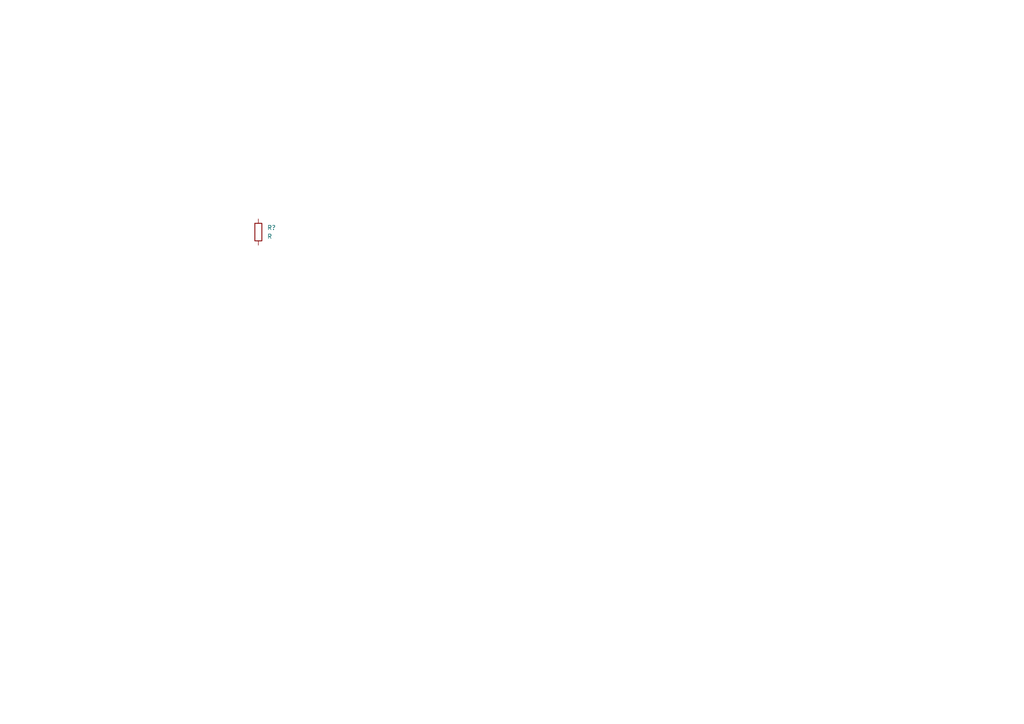
<source format=kicad_sch>
(kicad_sch (version 20211123) (generator eeschema)
  (paper "A4")
  (lib_symbols
    (symbol "Device:R" (pin_numbers hide) (pin_names (offset 0))
      (property "Reference" "R" (at 2.032 0 90))
      (property "Value" "R" (at 0 0 90))
      (symbol "R_0_1"
        (rectangle (start -1.016 -2.54) (end 1.016 2.54) (stroke (width 0.254)))
      )
      (symbol "R_1_1"
        (pin passive line (at 0 3.81 270) (length 1.27) (name "~") (number "1"))
        (pin passive line (at 0 -3.81 90) (length 1.27) (name "~") (number "2"))
      )
    )
  )
  (symbol (lib_id "Device:R") (at 74.93 67.31 0) (unit 1)
    (property "Reference" "R?" (at 77.47 66.0399 0) (effects (justify left)))
    (property "Value" "R" (at 77.47 68.5799 0) (effects (justify left)))
  )
)
</source>
